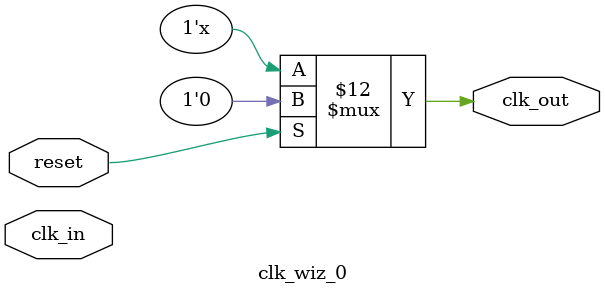
<source format=v>
module clk_wiz_0(

    input wire clk_in,
    input wire reset,

    output reg clk_out
    
);

reg[2:0] counter;

     always @(clk_in) begin
     if (reset) begin
        counter <= 0;
        clk_out <= 0;
     end

     else begin


        if (counter == 4) begin
            counter <= 1;
            clk_out =  ~clk_out;
        end
        
        else
            counter <= counter + 1;
        

     end


    end
endmodule





</source>
